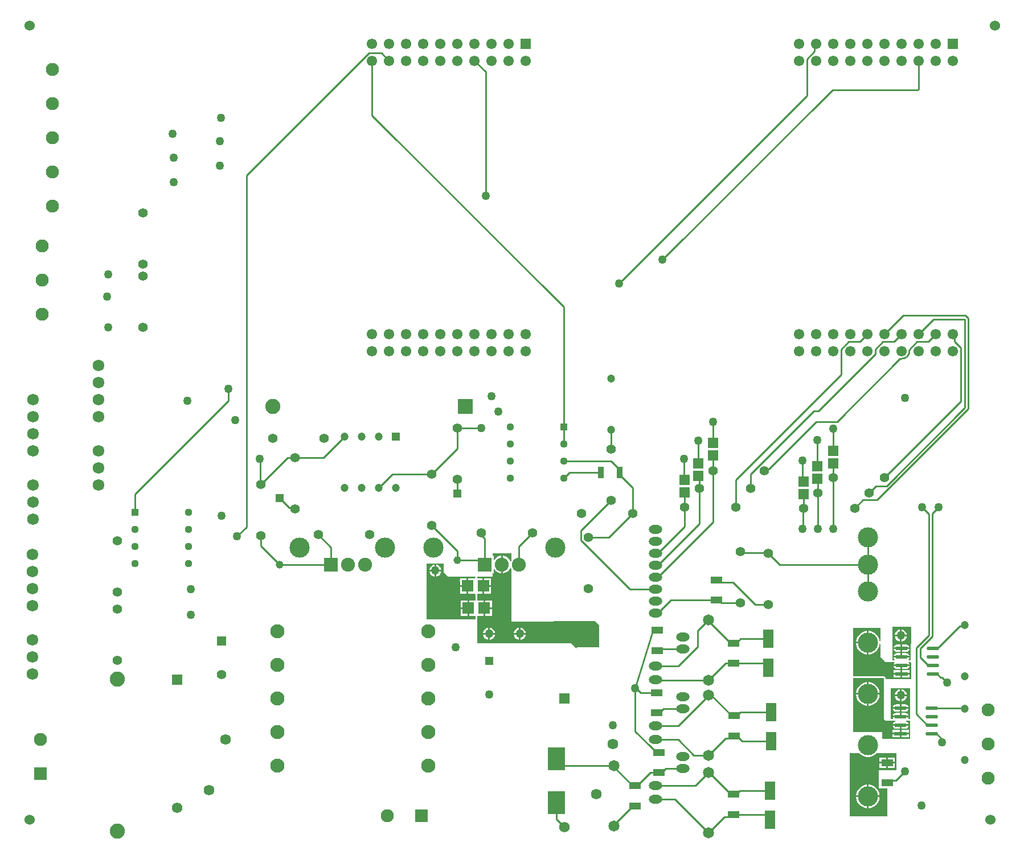
<source format=gbl>
G04*
G04 #@! TF.GenerationSoftware,Altium Limited,Altium Designer,21.2.2 (38)*
G04*
G04 Layer_Physical_Order=4*
G04 Layer_Color=16711680*
%FSLAX25Y25*%
%MOIN*%
G70*
G04*
G04 #@! TF.SameCoordinates,0CC3C9D5-6B2F-423D-8AA3-22EEB0D6369A*
G04*
G04*
G04 #@! TF.FilePolarity,Positive*
G04*
G01*
G75*
%ADD14C,0.01000*%
%ADD18R,0.06905X0.07111*%
%ADD23R,0.03740X0.06693*%
%ADD42O,0.07874X0.05118*%
%ADD43C,0.11811*%
%ADD58R,0.05512X0.05512*%
%ADD59C,0.05512*%
%ADD60C,0.06000*%
%ADD61C,0.08268*%
%ADD62C,0.06791*%
%ADD63C,0.07677*%
%ADD64C,0.06102*%
G04:AMPARAMS|DCode=65|XSize=61.02mil|YSize=61.02mil|CornerRadius=1.83mil|HoleSize=0mil|Usage=FLASHONLY|Rotation=180.000|XOffset=0mil|YOffset=0mil|HoleType=Round|Shape=RoundedRectangle|*
%AMROUNDEDRECTD65*
21,1,0.06102,0.05736,0,0,180.0*
21,1,0.05736,0.06102,0,0,180.0*
1,1,0.00366,-0.02868,0.02868*
1,1,0.00366,0.02868,0.02868*
1,1,0.00366,0.02868,-0.02868*
1,1,0.00366,-0.02868,-0.02868*
%
%ADD65ROUNDEDRECTD65*%
%ADD66C,0.08150*%
%ADD67R,0.08150X0.08150*%
%ADD68R,0.04449X0.04449*%
%ADD69C,0.04449*%
%ADD70C,0.04724*%
%ADD71C,0.06496*%
%ADD72C,0.04528*%
%ADD73R,0.04528X0.04528*%
%ADD74R,0.07677X0.07677*%
%ADD75C,0.08858*%
%ADD76R,0.08858X0.08858*%
%ADD77R,0.04724X0.04724*%
%ADD78C,0.05020*%
%ADD79R,0.05020X0.05020*%
%ADD80C,0.06260*%
%ADD81C,0.06201*%
%ADD82R,0.06201X0.06201*%
%ADD83R,0.07677X0.07677*%
%ADD84C,0.05000*%
%ADD85C,0.01000*%
%ADD86R,0.06299X0.11024*%
%ADD87R,0.07087X0.03937*%
%ADD88R,0.07378X0.02134*%
G04:AMPARAMS|DCode=89|XSize=73.78mil|YSize=21.34mil|CornerRadius=10.67mil|HoleSize=0mil|Usage=FLASHONLY|Rotation=0.000|XOffset=0mil|YOffset=0mil|HoleType=Round|Shape=RoundedRectangle|*
%AMROUNDEDRECTD89*
21,1,0.07378,0.00000,0,0,0.0*
21,1,0.05244,0.02134,0,0,0.0*
1,1,0.02134,0.02622,0.00000*
1,1,0.02134,-0.02622,0.00000*
1,1,0.02134,-0.02622,0.00000*
1,1,0.02134,0.02622,0.00000*
%
%ADD89ROUNDEDRECTD89*%
%ADD90R,0.06102X0.06102*%
%ADD91R,0.09843X0.13780*%
G36*
X299500Y169355D02*
X299271Y168959D01*
X299250Y168880D01*
X298750D01*
X298729Y168959D01*
X298061Y170116D01*
X297116Y171061D01*
X295959Y171729D01*
X294668Y172075D01*
X294500D01*
Y167000D01*
Y161925D01*
X294668D01*
X295959Y162271D01*
X297116Y162939D01*
X298061Y163884D01*
X298729Y165041D01*
X298750Y165120D01*
X299250D01*
X299271Y165041D01*
X299500Y164645D01*
X299500Y133645D01*
X348500Y134000D01*
X351000Y131500D01*
Y118500D01*
X338000D01*
X337500Y118000D01*
X334500Y121000D01*
X279500D01*
Y133500D01*
X279500Y133500D01*
X279500D01*
Y136944D01*
X283130D01*
Y141500D01*
Y146055D01*
X279500D01*
X279500Y149944D01*
X282630D01*
Y154500D01*
Y159055D01*
X279500D01*
Y160000D01*
X288500D01*
Y161925D01*
X289075D01*
Y164381D01*
X289575Y164515D01*
X289939Y163884D01*
X290884Y162939D01*
X292041Y162271D01*
X293332Y161925D01*
X293500D01*
Y167000D01*
Y172075D01*
X293332D01*
X292041Y171729D01*
X290884Y171061D01*
X289939Y170116D01*
X289575Y169485D01*
X289075Y169619D01*
Y172075D01*
X288500D01*
Y173500D01*
X299500D01*
Y169355D01*
D02*
G37*
G36*
X260000Y162500D02*
X262500Y160000D01*
X278480D01*
Y159490D01*
X278322Y159055D01*
X278041Y159055D01*
X274370D01*
Y154500D01*
Y149944D01*
X277980D01*
X278480Y149510D01*
X278480Y146055D01*
X274870D01*
Y141500D01*
Y136944D01*
X278480D01*
Y135000D01*
X250000D01*
Y167500D01*
X260000D01*
Y162500D01*
D02*
G37*
G36*
X515500Y122140D02*
X515000Y122090D01*
X514766Y123266D01*
X514246Y124523D01*
X513490Y125654D01*
X512528Y126616D01*
X511397Y127372D01*
X510140Y127892D01*
X508806Y128157D01*
X508626D01*
Y121252D01*
Y114347D01*
X508806D01*
X510140Y114612D01*
X511397Y115132D01*
X512528Y115888D01*
X513490Y116850D01*
X514246Y117981D01*
X514766Y119238D01*
X515000Y120413D01*
X515500Y120364D01*
Y113000D01*
X518500Y110000D01*
X523632D01*
X523784Y109500D01*
X523769Y109490D01*
X523313Y108807D01*
X523251Y108500D01*
X532512D01*
X532451Y108807D01*
X531994Y109490D01*
X531980Y109500D01*
X532131Y110000D01*
X533347D01*
X533538Y109538D01*
X533500Y109500D01*
X533500Y100000D01*
X518520D01*
Y100500D01*
X518442Y100890D01*
X518221Y101221D01*
X517890Y101442D01*
X517500Y101520D01*
X500000D01*
X499500Y102020D01*
X499500Y110500D01*
Y130000D01*
X515500D01*
Y122140D01*
D02*
G37*
G36*
X533497Y130145D02*
X533354Y111026D01*
X533347Y111020D01*
X532161D01*
X532132Y111049D01*
X531994Y111510D01*
X532451Y112193D01*
X532512Y112500D01*
X523251D01*
X523313Y112193D01*
X523769Y111510D01*
X523631Y111049D01*
X523603Y111020D01*
X522500D01*
Y130500D01*
X533145D01*
X533497Y130145D01*
D02*
G37*
G36*
X533000Y86000D02*
Y76520D01*
X532031D01*
X531795Y76961D01*
X531951Y77193D01*
X532012Y77500D01*
X522752D01*
X522813Y77193D01*
X522968Y76961D01*
X522732Y76520D01*
X521500D01*
Y86000D01*
Y94500D01*
X533000D01*
Y86000D01*
D02*
G37*
G36*
X517500Y76500D02*
X518500Y75500D01*
X524169D01*
X524218Y75000D01*
X523953Y74947D01*
X523269Y74490D01*
X522813Y73807D01*
X522752Y73500D01*
X532012D01*
X531951Y73807D01*
X531494Y74490D01*
X530810Y74947D01*
X530545Y75000D01*
X530594Y75500D01*
X533000D01*
Y65000D01*
X516500D01*
Y69000D01*
X499500D01*
X499500Y100500D01*
X517500D01*
X517500Y76500D01*
D02*
G37*
G36*
X525000Y46500D02*
X514500D01*
Y36000D01*
X519500D01*
Y19500D01*
X498000D01*
X497500Y20000D01*
Y56500D01*
X503112D01*
X503724Y55888D01*
X504855Y55132D01*
X506112Y54612D01*
X507446Y54347D01*
X508806D01*
X510140Y54612D01*
X511397Y55132D01*
X512528Y55888D01*
X513140Y56500D01*
X525000D01*
X525000Y46500D01*
D02*
G37*
%LPC*%
G36*
X287583Y159055D02*
X283630D01*
Y155000D01*
X287583D01*
Y159055D01*
D02*
G37*
G36*
Y154000D02*
X283630D01*
Y149944D01*
X287583D01*
Y154000D01*
D02*
G37*
G36*
X288083Y146055D02*
X284130D01*
Y142000D01*
X288083D01*
Y146055D01*
D02*
G37*
G36*
Y141000D02*
X284130D01*
Y136944D01*
X288083D01*
Y141000D01*
D02*
G37*
G36*
X305000Y129990D02*
Y127000D01*
X307990D01*
X307762Y127851D01*
X307301Y128649D01*
X306649Y129301D01*
X305851Y129762D01*
X305000Y129990D01*
D02*
G37*
G36*
X304000D02*
X303149Y129762D01*
X302351Y129301D01*
X301699Y128649D01*
X301238Y127851D01*
X301010Y127000D01*
X304000D01*
Y129990D01*
D02*
G37*
G36*
X287000D02*
Y127000D01*
X289989D01*
X289761Y127851D01*
X289301Y128649D01*
X288649Y129301D01*
X287851Y129762D01*
X287000Y129990D01*
D02*
G37*
G36*
X286000D02*
X285149Y129762D01*
X284351Y129301D01*
X283699Y128649D01*
X283239Y127851D01*
X283011Y127000D01*
X286000D01*
Y129990D01*
D02*
G37*
G36*
X307990Y126000D02*
X305000D01*
Y123011D01*
X305851Y123239D01*
X306649Y123699D01*
X307301Y124351D01*
X307762Y125149D01*
X307990Y126000D01*
D02*
G37*
G36*
X304000D02*
X301010D01*
X301238Y125149D01*
X301699Y124351D01*
X302351Y123699D01*
X303149Y123239D01*
X304000Y123011D01*
Y126000D01*
D02*
G37*
G36*
X289989D02*
X287000D01*
Y123011D01*
X287851Y123239D01*
X288649Y123699D01*
X289301Y124351D01*
X289761Y125149D01*
X289989Y126000D01*
D02*
G37*
G36*
X286000D02*
X283011D01*
X283239Y125149D01*
X283699Y124351D01*
X284351Y123699D01*
X285149Y123239D01*
X286000Y123011D01*
Y126000D01*
D02*
G37*
G36*
X255500Y166990D02*
Y164000D01*
X258489D01*
X258261Y164851D01*
X257801Y165649D01*
X257149Y166301D01*
X256351Y166762D01*
X255500Y166990D01*
D02*
G37*
G36*
X254500D02*
X253649Y166762D01*
X252851Y166301D01*
X252199Y165649D01*
X251739Y164851D01*
X251511Y164000D01*
X254500D01*
Y166990D01*
D02*
G37*
G36*
X258489Y163000D02*
X255500D01*
Y160011D01*
X256351Y160239D01*
X257149Y160699D01*
X257801Y161351D01*
X258261Y162149D01*
X258489Y163000D01*
D02*
G37*
G36*
X254500D02*
X251511D01*
X251739Y162149D01*
X252199Y161351D01*
X252851Y160699D01*
X253649Y160239D01*
X254500Y160011D01*
Y163000D01*
D02*
G37*
G36*
X270917Y159085D02*
X270814D01*
X270666Y159055D01*
X269417D01*
Y158165D01*
X269401Y158141D01*
X269285Y157555D01*
X269401Y156970D01*
X269417Y156947D01*
Y155000D01*
X273370D01*
Y159055D01*
X271065D01*
X270917Y159085D01*
D02*
G37*
G36*
X273370Y154000D02*
X269417D01*
Y149944D01*
X273370D01*
Y154000D01*
D02*
G37*
G36*
X273870Y146055D02*
X269917D01*
Y142000D01*
X273870D01*
Y146055D01*
D02*
G37*
G36*
Y141000D02*
X269917D01*
Y136944D01*
X273870D01*
Y141000D01*
D02*
G37*
G36*
X507626Y128157D02*
X507446D01*
X506112Y127892D01*
X504855Y127372D01*
X503724Y126616D01*
X502762Y125654D01*
X502006Y124523D01*
X501486Y123266D01*
X501221Y121932D01*
Y121752D01*
X507626D01*
Y128157D01*
D02*
G37*
G36*
Y120752D02*
X501221D01*
Y120572D01*
X501486Y119238D01*
X502006Y117981D01*
X502762Y116850D01*
X503724Y115888D01*
X504855Y115132D01*
X506112Y114612D01*
X507446Y114347D01*
X507626D01*
Y120752D01*
D02*
G37*
G36*
X532512Y107500D02*
X528382D01*
Y105892D01*
X530504D01*
X531310Y106053D01*
X531994Y106510D01*
X532451Y107193D01*
X532512Y107500D01*
D02*
G37*
G36*
X527382D02*
X523251D01*
X523313Y107193D01*
X523769Y106510D01*
X524453Y106053D01*
X525260Y105892D01*
X527382D01*
Y107500D01*
D02*
G37*
G36*
X532571Y105067D02*
X528382D01*
Y103500D01*
X532571D01*
Y105067D01*
D02*
G37*
G36*
X527382D02*
X523193D01*
Y103500D01*
X527382D01*
Y105067D01*
D02*
G37*
G36*
X532571Y102500D02*
X528382D01*
Y100933D01*
X532571D01*
Y102500D01*
D02*
G37*
G36*
X527382D02*
X523193D01*
Y100933D01*
X527382D01*
Y102500D01*
D02*
G37*
G36*
X528000Y128990D02*
Y126000D01*
X530990D01*
X530761Y126851D01*
X530301Y127649D01*
X529649Y128301D01*
X528851Y128761D01*
X528000Y128990D01*
D02*
G37*
G36*
X527000D02*
X526149Y128761D01*
X525351Y128301D01*
X524699Y127649D01*
X524238Y126851D01*
X524011Y126000D01*
X527000D01*
Y128990D01*
D02*
G37*
G36*
X530990Y125000D02*
X528000D01*
Y122011D01*
X528851Y122239D01*
X529649Y122699D01*
X530301Y123351D01*
X530761Y124149D01*
X530990Y125000D01*
D02*
G37*
G36*
X527000D02*
X524011D01*
X524238Y124149D01*
X524699Y123351D01*
X525351Y122699D01*
X526149Y122239D01*
X527000Y122011D01*
Y125000D01*
D02*
G37*
G36*
X530504Y120108D02*
X528382D01*
Y118500D01*
X532512D01*
X532451Y118807D01*
X531994Y119490D01*
X531310Y119947D01*
X530504Y120108D01*
D02*
G37*
G36*
X527382D02*
X525260D01*
X524453Y119947D01*
X523769Y119490D01*
X523313Y118807D01*
X523251Y118500D01*
X527382D01*
Y120108D01*
D02*
G37*
G36*
X532512Y117500D02*
X528382D01*
Y115892D01*
X530504D01*
X531310Y116053D01*
X531994Y116510D01*
X532451Y117193D01*
X532512Y117500D01*
D02*
G37*
G36*
X527382D02*
X523251D01*
X523313Y117193D01*
X523769Y116510D01*
X524453Y116053D01*
X525260Y115892D01*
X527382D01*
Y117500D01*
D02*
G37*
G36*
X530504Y115108D02*
X528382D01*
Y113500D01*
X532512D01*
X532451Y113807D01*
X531994Y114490D01*
X531310Y114947D01*
X530504Y115108D01*
D02*
G37*
G36*
X527382D02*
X525260D01*
X524453Y114947D01*
X523769Y114490D01*
X523313Y113807D01*
X523251Y113500D01*
X527382D01*
Y115108D01*
D02*
G37*
G36*
X528000Y93989D02*
Y91000D01*
X530990D01*
X530761Y91851D01*
X530301Y92649D01*
X529649Y93301D01*
X528851Y93761D01*
X528000Y93989D01*
D02*
G37*
G36*
X527000D02*
X526149Y93761D01*
X525351Y93301D01*
X524699Y92649D01*
X524238Y91851D01*
X524011Y91000D01*
X527000D01*
Y93989D01*
D02*
G37*
G36*
X530990Y90000D02*
X528000D01*
Y87011D01*
X528851Y87239D01*
X529649Y87699D01*
X530301Y88351D01*
X530761Y89149D01*
X530990Y90000D01*
D02*
G37*
G36*
X527000D02*
X524011D01*
X524238Y89149D01*
X524699Y88351D01*
X525351Y87699D01*
X526149Y87239D01*
X527000Y87011D01*
Y90000D01*
D02*
G37*
G36*
X530003Y85108D02*
X527882D01*
Y83500D01*
X532012D01*
X531951Y83807D01*
X531494Y84490D01*
X530810Y84947D01*
X530003Y85108D01*
D02*
G37*
G36*
X526882D02*
X524760D01*
X523953Y84947D01*
X523269Y84490D01*
X522813Y83807D01*
X522752Y83500D01*
X526882D01*
Y85108D01*
D02*
G37*
G36*
X532012Y82500D02*
X527882D01*
Y80892D01*
X530003D01*
X530810Y81053D01*
X531494Y81510D01*
X531951Y82193D01*
X532012Y82500D01*
D02*
G37*
G36*
X526882D02*
X522752D01*
X522813Y82193D01*
X523269Y81510D01*
X523953Y81053D01*
X524760Y80892D01*
X526882D01*
Y82500D01*
D02*
G37*
G36*
X530003Y80108D02*
X527882D01*
Y78500D01*
X532012D01*
X531951Y78807D01*
X531494Y79490D01*
X530810Y79947D01*
X530003Y80108D01*
D02*
G37*
G36*
X526882D02*
X524760D01*
X523953Y79947D01*
X523269Y79490D01*
X522813Y78807D01*
X522752Y78500D01*
X526882D01*
Y80108D01*
D02*
G37*
G36*
X508806Y98158D02*
X508626D01*
Y91752D01*
X515031D01*
Y91932D01*
X514766Y93266D01*
X514246Y94523D01*
X513490Y95654D01*
X512528Y96616D01*
X511397Y97372D01*
X510140Y97892D01*
X508806Y98158D01*
D02*
G37*
G36*
X507626D02*
X507446D01*
X506112Y97892D01*
X504855Y97372D01*
X503724Y96616D01*
X502762Y95654D01*
X502006Y94523D01*
X501486Y93266D01*
X501221Y91932D01*
Y91752D01*
X507626D01*
Y98158D01*
D02*
G37*
G36*
X515031Y90752D02*
X508626D01*
Y84346D01*
X508806D01*
X510140Y84612D01*
X511397Y85132D01*
X512528Y85888D01*
X513490Y86850D01*
X514246Y87981D01*
X514766Y89238D01*
X515031Y90572D01*
Y90752D01*
D02*
G37*
G36*
X507626D02*
X501221D01*
Y90572D01*
X501486Y89238D01*
X502006Y87981D01*
X502762Y86850D01*
X503724Y85888D01*
X504855Y85132D01*
X506112Y84612D01*
X507446Y84346D01*
X507626D01*
Y90752D01*
D02*
G37*
G36*
X532012Y72500D02*
X527882D01*
Y70892D01*
X530003D01*
X530810Y71053D01*
X531494Y71510D01*
X531951Y72193D01*
X532012Y72500D01*
D02*
G37*
G36*
X526882D02*
X522752D01*
X522813Y72193D01*
X523269Y71510D01*
X523953Y71053D01*
X524760Y70892D01*
X526882D01*
Y72500D01*
D02*
G37*
G36*
X532071Y70067D02*
X527882D01*
Y68500D01*
X532071D01*
Y70067D01*
D02*
G37*
G36*
X526882D02*
X522692D01*
Y68500D01*
X526882D01*
Y70067D01*
D02*
G37*
G36*
X532071Y67500D02*
X527882D01*
Y65933D01*
X532071D01*
Y67500D01*
D02*
G37*
G36*
X526882D02*
X522692D01*
Y65933D01*
X526882D01*
Y67500D01*
D02*
G37*
G36*
X524043Y53874D02*
X520000D01*
Y51406D01*
X524043D01*
Y53874D01*
D02*
G37*
G36*
X519000D02*
X514957D01*
Y51406D01*
X519000D01*
Y53874D01*
D02*
G37*
G36*
X524043Y50406D02*
X520000D01*
Y47937D01*
X524043D01*
Y50406D01*
D02*
G37*
G36*
X519000D02*
X514957D01*
Y47937D01*
X519000D01*
Y50406D01*
D02*
G37*
G36*
X508806Y38157D02*
X508626D01*
Y31752D01*
X515031D01*
Y31932D01*
X514766Y33266D01*
X514246Y34523D01*
X513593Y35500D01*
D01*
X513490Y35654D01*
X512528Y36616D01*
X511397Y37372D01*
X510140Y37892D01*
X508806Y38157D01*
D02*
G37*
G36*
X507626D02*
X507446D01*
X506112Y37892D01*
X504855Y37372D01*
X503724Y36616D01*
X502762Y35654D01*
X502006Y34523D01*
X501486Y33266D01*
X501221Y31932D01*
Y31752D01*
X507626D01*
Y38157D01*
D02*
G37*
G36*
X515031Y30752D02*
X508626D01*
Y24347D01*
X508806D01*
X510140Y24612D01*
X511397Y25132D01*
X512528Y25888D01*
X513490Y26850D01*
X514000Y27613D01*
D01*
X514246Y27981D01*
X514766Y29238D01*
X515031Y30572D01*
Y30752D01*
D02*
G37*
G36*
X507626D02*
X501221D01*
Y30572D01*
X501486Y29238D01*
X502006Y27981D01*
X502762Y26850D01*
X503724Y25888D01*
X504855Y25132D01*
X506112Y24612D01*
X507446Y24347D01*
X507626D01*
Y30752D01*
D02*
G37*
%LPD*%
D14*
X527505Y287476D02*
G03*
X532524Y292495I495J4524D01*
G01*
X539000Y117894D02*
X546000Y124894D01*
X539000Y112496D02*
Y117894D01*
Y112496D02*
X543497Y108000D01*
X536500Y79497D02*
Y118222D01*
Y79497D02*
X542997Y73000D01*
X536500Y118222D02*
X544000Y125723D01*
X546118Y118000D02*
X549000D01*
X562019Y131019D01*
X564519D01*
X565000Y131500D01*
X134000Y263000D02*
Y270000D01*
X79370Y197500D02*
Y208370D01*
X134000Y263000D01*
X139000Y183500D02*
X144500Y189000D01*
Y394936D02*
X216115Y466551D01*
X144500Y189000D02*
Y394936D01*
X268000Y247000D02*
X282000D01*
X152625Y214375D02*
X153000Y214000D01*
X152250Y228750D02*
X152625Y228375D01*
Y214375D02*
Y228375D01*
X537414Y445000D02*
X538000Y445586D01*
X487500Y445000D02*
X537414D01*
X538000Y445586D02*
Y462000D01*
X388000Y345500D02*
X487500Y445000D01*
X472551Y441551D02*
Y462988D01*
X477024Y471024D02*
X478000Y472000D01*
X477024Y467460D02*
Y471024D01*
X472551Y462988D02*
X477024Y467460D01*
X362500Y331500D02*
X472551Y441551D01*
X546000Y197000D02*
X549500Y200500D01*
X544000Y125723D02*
Y196500D01*
X540000Y200500D02*
X544000Y196500D01*
X284500Y383000D02*
Y455500D01*
X278000Y462000D02*
X284500Y455500D01*
X218000Y430000D02*
Y462000D01*
X330130Y247500D02*
Y317870D01*
X218000Y430000D02*
X330130Y317870D01*
Y237500D02*
Y247500D01*
X223449Y466551D02*
X228000Y462000D01*
X216115Y466551D02*
X223449D01*
X417500Y222000D02*
Y230858D01*
X409000Y218858D02*
X409500Y218358D01*
Y211500D02*
Y218358D01*
X401000Y200500D02*
Y209358D01*
X400500Y217142D02*
Y229000D01*
Y217142D02*
X401000Y216642D01*
X409000Y226142D02*
Y239500D01*
X417500Y238142D02*
Y250500D01*
X488000Y233642D02*
Y246500D01*
X478500Y224642D02*
Y240000D01*
X470000Y216142D02*
X470500Y215642D01*
X470000Y216142D02*
Y228000D01*
X448363Y222863D02*
X450363D01*
X490064Y250500D02*
X527039Y287476D01*
X447500Y222000D02*
X448363Y222863D01*
X478000Y250500D02*
X490064D01*
X450363Y222863D02*
X478000Y250500D01*
X439500Y220019D02*
X476420Y256939D01*
X479375D01*
X512551Y290115D01*
X439500Y211500D02*
Y220019D01*
X532524Y292546D02*
X532524Y292961D01*
X537012Y297449D01*
X527454Y287476D02*
X527505D01*
X527039D02*
X527454D01*
X532524Y292546D02*
X532524Y292495D01*
X488000Y218000D02*
Y226358D01*
X479000Y209000D02*
Y216858D01*
X478500Y217358D02*
X479000Y216858D01*
X470500Y200000D02*
Y208358D01*
X488000Y188000D02*
Y218000D01*
X479000Y188000D02*
Y209000D01*
X470250Y188250D02*
Y199750D01*
X470500Y200000D01*
X470000Y188000D02*
X470250Y188250D01*
X456500Y167000D02*
X508126D01*
X429193Y156437D02*
X442130Y143500D01*
X417500Y191748D02*
Y222000D01*
X385252Y159500D02*
X417500Y191748D01*
X383874Y159500D02*
X385252D01*
Y166500D02*
X409500Y190748D01*
Y211500D01*
X383874Y166500D02*
X385252D01*
Y173500D02*
X401000Y189248D01*
Y200500D01*
X383874Y173500D02*
X385252D01*
X546000Y124894D02*
Y197000D01*
X543497Y108000D02*
X546118D01*
X542997Y73000D02*
X545618D01*
X492551Y292987D02*
X497013Y297449D01*
X492551Y278130D02*
Y292987D01*
X503449Y297449D02*
X508000Y302000D01*
X497013Y297449D02*
X503449D01*
X431000Y216579D02*
X492551Y278130D01*
X431000Y200500D02*
Y216579D01*
X512551Y290115D02*
Y292987D01*
X517013Y297449D01*
X523449D01*
X528000Y302000D01*
X537012Y297449D02*
X543449D01*
X548000Y302000D01*
X565328Y313000D02*
X567000Y311328D01*
Y258153D02*
Y311328D01*
X513591Y204744D02*
X567000Y258153D01*
X505244Y204744D02*
X513591D01*
X500500Y200000D02*
X505244Y204744D01*
X519069Y213050D02*
X565000Y258981D01*
X513050Y213050D02*
X519069D01*
X565000Y258981D02*
Y310500D01*
X509000Y209000D02*
X513050Y213050D01*
X546500Y310500D02*
X565000D01*
X518000Y218000D02*
X562586Y262586D01*
X558976Y297583D02*
X562586Y293974D01*
Y262586D02*
Y293974D01*
X558976Y297583D02*
Y301024D01*
X558000Y302000D02*
X558976Y301024D01*
X538000Y302000D02*
X546500Y310500D01*
X529000Y313000D02*
X565328D01*
X518000Y302000D02*
X529000Y313000D01*
X550696Y101045D02*
X551455D01*
X554500Y98000D01*
X546118Y103000D02*
X548740D01*
X550696Y101045D01*
X273870Y142000D02*
X274370Y141500D01*
X270917Y157555D02*
X273870Y154603D01*
Y154500D02*
Y154603D01*
X270814Y157555D02*
X270917D01*
X548240Y68000D02*
X550735Y65506D01*
Y63765D02*
X551500Y63000D01*
X545618Y68000D02*
X548240D01*
X550735Y63765D02*
Y65506D01*
X519500Y39094D02*
X520968Y40563D01*
X524563D01*
X530000Y46000D01*
X545618Y83000D02*
X545835Y82783D01*
X564717D01*
X565000Y82500D01*
X545618Y83000D02*
X546118Y83500D01*
X333630Y221000D02*
X351988D01*
X330130Y217500D02*
X333630Y221000D01*
X357988Y227500D02*
X363012Y222476D01*
Y221000D02*
Y222476D01*
X330130Y227500D02*
X357988D01*
X368981Y152500D02*
X383874D01*
X340244Y181237D02*
X368981Y152500D01*
X340244Y181237D02*
Y186744D01*
X358000Y204500D01*
X356500Y183000D02*
X370500Y197000D01*
X344500Y183000D02*
X356500D01*
X370500Y197000D02*
Y212035D01*
X358000Y234500D02*
Y246000D01*
X363012Y219524D02*
X370500Y212035D01*
X363012Y219524D02*
Y221000D01*
X392846Y146095D02*
X419500D01*
X385252Y138500D02*
X392846Y146095D01*
X383874Y138500D02*
X385252D01*
X419500Y146095D02*
X421075D01*
X422669Y144500D02*
X433500D01*
X421075Y146095D02*
X422669Y144500D01*
X450000Y173500D02*
X456500Y167000D01*
X449500Y174000D02*
X450000Y173500D01*
X434000Y174000D02*
X449500D01*
X433500Y174500D02*
X434000Y174000D01*
X442130Y143500D02*
X450000D01*
X420968Y156437D02*
X429193D01*
X419500Y157905D02*
X420968Y156437D01*
X508126Y151252D02*
Y167000D01*
Y182748D01*
X380925Y60405D02*
X384425Y56906D01*
X380815Y60405D02*
X380925D01*
X372000Y69220D02*
X380815Y60405D01*
X372000Y69220D02*
Y94500D01*
X384425Y56906D02*
X386000D01*
X372468Y94500D02*
X375062Y91905D01*
X384500D01*
X372000Y94500D02*
X372468D01*
X372000D02*
X381957Y126937D01*
X385000Y128405D01*
X326000Y17803D02*
X330500Y13303D01*
X326000Y17803D02*
Y27705D01*
Y53295D02*
X330079Y49216D01*
X359500D01*
Y48331D02*
X370425Y37405D01*
X359500Y48331D02*
Y49216D01*
X370425Y37405D02*
X372000D01*
X370425Y25594D02*
X372000D01*
X359500Y14669D02*
X370425Y25594D01*
X359500Y13783D02*
Y14669D01*
X375043Y39181D02*
X380957Y45094D01*
X386000D01*
X375043Y38874D02*
Y39181D01*
X373575Y37405D02*
X375043Y38874D01*
X372000Y37405D02*
X373575D01*
X386000Y45094D02*
X387575D01*
X389980Y47500D02*
X400016D01*
X387575Y45094D02*
X389980Y47500D01*
X384500Y80094D02*
X386075D01*
X388480Y82500D02*
X400016D01*
X386075Y80094D02*
X388480Y82500D01*
X385906Y117500D02*
X400016D01*
X385000Y116595D02*
X385906Y117500D01*
X429500Y120905D02*
X431075D01*
X433634Y123465D02*
X450000D01*
X431075Y120905D02*
X433634Y123465D01*
X447441Y109095D02*
X450000Y106535D01*
X429500Y109095D02*
X447441D01*
X424811D02*
X429500D01*
X415000Y99283D02*
X424811Y109095D01*
X415000Y133831D02*
X427925Y120905D01*
X415000Y133831D02*
Y134716D01*
X427925Y120905D02*
X429500D01*
X383874Y107535D02*
X397169D01*
X408512Y118878D01*
Y128228D01*
X415000Y134716D01*
X414910Y99374D02*
X415000Y99283D01*
X383965Y99374D02*
X414910D01*
X383874Y99465D02*
X383965Y99374D01*
X431575Y66594D02*
X434634Y63535D01*
X451500D01*
X430000Y66594D02*
X431575D01*
X430000Y78405D02*
X431575D01*
X433634Y80465D02*
X451500D01*
X431575Y78405D02*
X433634Y80465D01*
X424843Y65126D02*
X428532D01*
X415000Y55283D02*
X424843Y65126D01*
X428532D02*
X430000Y66594D01*
X416114Y90716D02*
X428425Y78405D01*
X415000Y90716D02*
X416114D01*
X428425Y78405D02*
X430000D01*
X415000Y90366D02*
Y90716D01*
X397169Y72535D02*
X415000Y90366D01*
X383874Y72535D02*
X397169D01*
X383874Y64465D02*
X397169D01*
X406351Y55283D01*
X415000D01*
X431075Y32405D02*
X433134Y34465D01*
X451000D01*
X429500Y32405D02*
X431075D01*
X429500Y20595D02*
X448350D01*
X451000Y17945D01*
Y17535D02*
Y17945D01*
X415000Y9783D02*
X424342Y19126D01*
X428031D02*
X429500Y20595D01*
X424342Y19126D02*
X428031D01*
X415114Y45217D02*
X427925Y32405D01*
X429500D01*
X415000Y45217D02*
X415114D01*
X383874Y37535D02*
X407319D01*
X415000Y45217D01*
X395319Y29465D02*
X415000Y9783D01*
X383874Y29465D02*
X395319D01*
X304000Y177500D02*
X312000Y185500D01*
X304000Y167000D02*
Y177500D01*
X230000Y220000D02*
X253000D01*
X222000Y212000D02*
X230000Y220000D01*
X253000D02*
X268000Y235000D01*
Y247000D01*
Y208500D02*
Y217000D01*
Y169524D02*
X281476D01*
X284000Y167000D01*
X268000Y169524D02*
Y175000D01*
X253000Y190000D02*
X268000Y175000D01*
X284000Y167000D02*
Y182279D01*
X282000Y184279D02*
X284000Y182279D01*
X282000Y184279D02*
Y185500D01*
X164000Y205976D02*
X169613Y200363D01*
X172137D01*
X186500Y184500D02*
X194000Y177000D01*
Y167000D02*
Y177000D01*
X164000Y167000D02*
X194000D01*
X153000Y178000D02*
Y184000D01*
Y178000D02*
X164000Y167000D01*
X168500Y229500D02*
X173000D01*
X153000Y214000D02*
X168500Y229500D01*
X189500D02*
X202000Y242000D01*
X173000Y229500D02*
X189500D01*
D18*
X283630Y141500D02*
D03*
X274370D02*
D03*
X283130Y154500D02*
D03*
X273870D02*
D03*
D23*
X351988Y221000D02*
D03*
X363012D02*
D03*
D42*
X383874Y187500D02*
D03*
Y180500D02*
D03*
Y173500D02*
D03*
Y166500D02*
D03*
Y159500D02*
D03*
Y152500D02*
D03*
Y145500D02*
D03*
Y138500D02*
D03*
Y107535D02*
D03*
Y99465D02*
D03*
Y72535D02*
D03*
Y64465D02*
D03*
Y37535D02*
D03*
Y29465D02*
D03*
X400016Y124500D02*
D03*
Y117500D02*
D03*
Y89500D02*
D03*
Y82500D02*
D03*
Y54500D02*
D03*
Y47500D02*
D03*
D43*
X175654Y177000D02*
D03*
X225654D02*
D03*
X254000D02*
D03*
X325260D02*
D03*
X508126Y182748D02*
D03*
Y167000D02*
D03*
Y151252D02*
D03*
Y121252D02*
D03*
Y91252D02*
D03*
Y61252D02*
D03*
Y31252D02*
D03*
D58*
X130000Y122343D02*
D03*
D59*
Y102657D02*
D03*
X433500Y174500D02*
D03*
Y144500D02*
D03*
X450000Y173500D02*
D03*
Y143500D02*
D03*
X439500Y211500D02*
D03*
X409500D02*
D03*
X500500Y200000D02*
D03*
X470500D02*
D03*
X509000Y209000D02*
D03*
X479000D02*
D03*
X84000Y373000D02*
D03*
Y343000D02*
D03*
Y336000D02*
D03*
Y306000D02*
D03*
X358000Y234500D02*
D03*
Y204500D02*
D03*
X417500Y222000D02*
D03*
X447500D02*
D03*
X401000Y200500D02*
D03*
X431000D02*
D03*
X488000Y218000D02*
D03*
X518000D02*
D03*
X173000Y229500D02*
D03*
Y199500D02*
D03*
X282000Y185500D02*
D03*
X312000D02*
D03*
X253000Y220000D02*
D03*
Y190000D02*
D03*
X268000Y247000D02*
D03*
Y217000D02*
D03*
X153000Y214000D02*
D03*
Y184000D02*
D03*
X186500Y184500D02*
D03*
X216500D02*
D03*
X160000Y241000D02*
D03*
X190000D02*
D03*
X340500Y197000D02*
D03*
X370500D02*
D03*
X344500Y183000D02*
D03*
Y153000D02*
D03*
X69000Y141000D02*
D03*
Y111000D02*
D03*
Y181000D02*
D03*
Y151000D02*
D03*
D60*
X17500Y17500D02*
D03*
Y482500D02*
D03*
X580000Y17500D02*
D03*
X582500Y482500D02*
D03*
D61*
X251000Y128055D02*
D03*
Y108370D02*
D03*
Y88685D02*
D03*
Y69000D02*
D03*
Y49315D02*
D03*
X162417D02*
D03*
Y69000D02*
D03*
Y88685D02*
D03*
Y108370D02*
D03*
Y128055D02*
D03*
D62*
X58000Y283500D02*
D03*
Y273500D02*
D03*
Y263500D02*
D03*
Y253500D02*
D03*
Y233500D02*
D03*
Y223500D02*
D03*
Y213500D02*
D03*
X19500Y263500D02*
D03*
Y253500D02*
D03*
Y243500D02*
D03*
Y233500D02*
D03*
Y213500D02*
D03*
Y203500D02*
D03*
Y193500D02*
D03*
X19366Y103000D02*
D03*
Y113000D02*
D03*
Y123000D02*
D03*
Y143000D02*
D03*
Y153000D02*
D03*
Y163000D02*
D03*
Y173000D02*
D03*
D63*
X31000Y377000D02*
D03*
Y397000D02*
D03*
Y417000D02*
D03*
Y437000D02*
D03*
Y457000D02*
D03*
X25000Y353500D02*
D03*
Y333500D02*
D03*
Y313500D02*
D03*
X578500Y42000D02*
D03*
Y62000D02*
D03*
Y82000D02*
D03*
X227000Y20000D02*
D03*
X24000Y64500D02*
D03*
D64*
X558000Y302000D02*
D03*
X548000D02*
D03*
X538000D02*
D03*
X528000D02*
D03*
X518000D02*
D03*
X508000D02*
D03*
X498000D02*
D03*
X488000D02*
D03*
X478000D02*
D03*
X468000D02*
D03*
X558000Y292000D02*
D03*
X548000D02*
D03*
X538000D02*
D03*
X528000D02*
D03*
X518000D02*
D03*
X508000D02*
D03*
X498000D02*
D03*
X488000D02*
D03*
X478000D02*
D03*
X468000D02*
D03*
X548000Y472000D02*
D03*
X538000D02*
D03*
X528000D02*
D03*
X518000D02*
D03*
X508000D02*
D03*
X498000D02*
D03*
X488000D02*
D03*
X478000D02*
D03*
X468000D02*
D03*
X558000Y462000D02*
D03*
X548000D02*
D03*
X538000D02*
D03*
X528000D02*
D03*
X518000D02*
D03*
X508000D02*
D03*
X498000D02*
D03*
X488000D02*
D03*
X478000D02*
D03*
X468000D02*
D03*
X218000Y302000D02*
D03*
X238000D02*
D03*
X228000D02*
D03*
X238000Y292000D02*
D03*
X248000Y302000D02*
D03*
X268000D02*
D03*
X258000D02*
D03*
X278000D02*
D03*
X298000D02*
D03*
X288000D02*
D03*
X218000Y292000D02*
D03*
X228000D02*
D03*
X258000D02*
D03*
X248000D02*
D03*
X268000D02*
D03*
X288000D02*
D03*
X278000D02*
D03*
X298000D02*
D03*
X308000Y302000D02*
D03*
Y292000D02*
D03*
X218000Y472000D02*
D03*
X248000D02*
D03*
X258000D02*
D03*
X228000D02*
D03*
X238000D02*
D03*
X218000Y462000D02*
D03*
X228000D02*
D03*
X238000D02*
D03*
X248000D02*
D03*
X258000D02*
D03*
X288000Y472000D02*
D03*
X268000D02*
D03*
X278000D02*
D03*
X298000D02*
D03*
X288000Y462000D02*
D03*
X298000D02*
D03*
X268000D02*
D03*
X278000D02*
D03*
X308000D02*
D03*
D65*
X558000Y472000D02*
D03*
X308000D02*
D03*
D66*
X304000Y167000D02*
D03*
X294000D02*
D03*
X214000D02*
D03*
X204000D02*
D03*
D67*
X284000D02*
D03*
X194000D02*
D03*
D68*
X79370Y197500D02*
D03*
X330130Y247500D02*
D03*
D69*
X79370Y187500D02*
D03*
Y177500D02*
D03*
Y167500D02*
D03*
X110630D02*
D03*
Y177500D02*
D03*
Y187500D02*
D03*
Y197500D02*
D03*
X298870Y247500D02*
D03*
Y237500D02*
D03*
Y227500D02*
D03*
Y217500D02*
D03*
X330130D02*
D03*
Y227500D02*
D03*
Y237500D02*
D03*
D70*
X565000Y52500D02*
D03*
Y82500D02*
D03*
Y101500D02*
D03*
Y131500D02*
D03*
X358000Y276000D02*
D03*
Y246000D02*
D03*
X222000Y242000D02*
D03*
X212000D02*
D03*
X202000D02*
D03*
Y212000D02*
D03*
X212000D02*
D03*
X222000D02*
D03*
X232000D02*
D03*
D71*
X359500Y49216D02*
D03*
Y13783D02*
D03*
X415000Y45217D02*
D03*
Y9783D02*
D03*
X415000Y90716D02*
D03*
Y55283D02*
D03*
Y134716D02*
D03*
Y99283D02*
D03*
D72*
X164000Y167000D02*
D03*
X268000Y169524D02*
D03*
D73*
X164000Y205976D02*
D03*
X268000Y208500D02*
D03*
D74*
X247000Y20000D02*
D03*
D75*
X159902Y259500D02*
D03*
X69000Y11012D02*
D03*
Y99988D02*
D03*
D76*
X272500Y259500D02*
D03*
D77*
X232000Y242000D02*
D03*
D78*
X286500Y91000D02*
D03*
D79*
Y110685D02*
D03*
D80*
X349158Y32472D02*
D03*
X359000Y62000D02*
D03*
X122500Y35000D02*
D03*
X132343Y64528D02*
D03*
D81*
X330500Y13303D02*
D03*
X104000Y24500D02*
D03*
D82*
X330500Y88500D02*
D03*
X104000Y99697D02*
D03*
D83*
X24000Y44500D02*
D03*
D84*
X138000Y251500D02*
D03*
X539500Y26000D02*
D03*
X267000Y118500D02*
D03*
X530000Y264500D02*
D03*
X292000Y256500D02*
D03*
X112000Y137500D02*
D03*
X63000Y324000D02*
D03*
X63500Y336857D02*
D03*
X139000Y183500D02*
D03*
X134000Y270000D02*
D03*
X287929Y265429D02*
D03*
X282000Y247000D02*
D03*
X152250Y228750D02*
D03*
X112000Y152500D02*
D03*
X110000Y263000D02*
D03*
X63500Y306000D02*
D03*
X304500Y126500D02*
D03*
X286500D02*
D03*
X362500Y331500D02*
D03*
X388000Y345500D02*
D03*
X549500Y200500D02*
D03*
X540000D02*
D03*
X284500Y383000D02*
D03*
X101317Y419201D02*
D03*
X101817Y405201D02*
D03*
X102000Y391000D02*
D03*
X129500Y428500D02*
D03*
X129000Y415000D02*
D03*
X400500Y229000D02*
D03*
X409000Y239500D02*
D03*
X470000Y228000D02*
D03*
X478500Y240000D02*
D03*
X488000Y188000D02*
D03*
X479000D02*
D03*
X470000D02*
D03*
X527500Y125500D02*
D03*
Y90500D02*
D03*
X554500Y98000D02*
D03*
X255000Y163500D02*
D03*
X551500Y63000D02*
D03*
X530000Y46000D02*
D03*
X130000Y195500D02*
D03*
X129000Y400500D02*
D03*
X488000Y246500D02*
D03*
X417500Y250500D02*
D03*
X372000Y94500D02*
D03*
X359000Y73000D02*
D03*
D85*
X532524Y292546D02*
D03*
X527454Y287476D02*
D03*
D86*
X451500Y80465D02*
D03*
Y63535D02*
D03*
X451000Y17535D02*
D03*
Y34465D02*
D03*
X450000Y106535D02*
D03*
Y123465D02*
D03*
D87*
X419500Y157905D02*
D03*
Y146095D02*
D03*
X519500Y39094D02*
D03*
Y50906D02*
D03*
X372000Y37405D02*
D03*
Y25594D02*
D03*
X385000Y116595D02*
D03*
Y128405D02*
D03*
X384500Y80094D02*
D03*
Y91905D02*
D03*
X386000Y45094D02*
D03*
Y56906D02*
D03*
X429500Y32405D02*
D03*
Y20595D02*
D03*
X430000Y78405D02*
D03*
Y66594D02*
D03*
X429500Y120905D02*
D03*
Y109095D02*
D03*
D88*
X527882Y103000D02*
D03*
X527382Y68000D02*
D03*
D89*
X527882Y108000D02*
D03*
Y113000D02*
D03*
Y118000D02*
D03*
X546118D02*
D03*
Y113000D02*
D03*
Y108000D02*
D03*
Y103000D02*
D03*
X527382Y73000D02*
D03*
Y78000D02*
D03*
Y83000D02*
D03*
X545618D02*
D03*
Y78000D02*
D03*
Y73000D02*
D03*
Y68000D02*
D03*
D90*
X409000Y226142D02*
D03*
Y218858D02*
D03*
X470500Y215642D02*
D03*
Y208358D02*
D03*
X478500Y224642D02*
D03*
Y217358D02*
D03*
X417500Y230858D02*
D03*
Y238142D02*
D03*
X401000Y209358D02*
D03*
Y216642D02*
D03*
X488000Y226358D02*
D03*
Y233642D02*
D03*
D91*
X326000Y53295D02*
D03*
Y27705D02*
D03*
M02*

</source>
